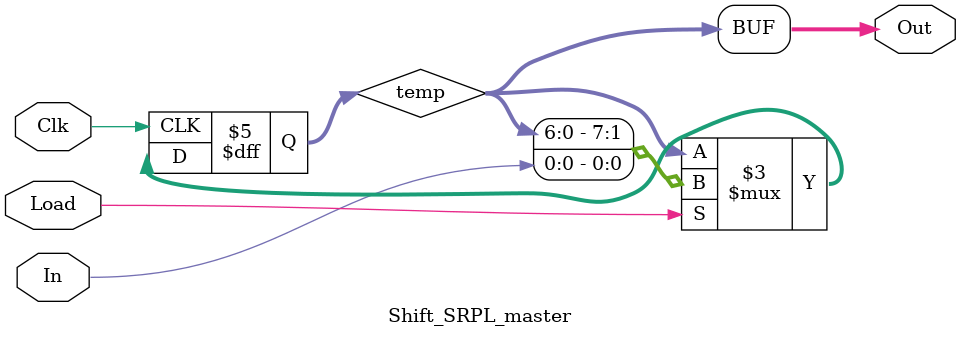
<source format=v>
module Shift_SRPL_master(input Clk,
input Load,
input In,
output [7:0] Out);
  
  reg [7:0] temp;

  always@(posedge Clk)  //carga les dades en sèrie
  if(Load) 
    temp <= {temp[6:0],In};
  else                  //sortida paral·lel
    temp <= temp;

  assign Out = temp;

endmodule

</source>
